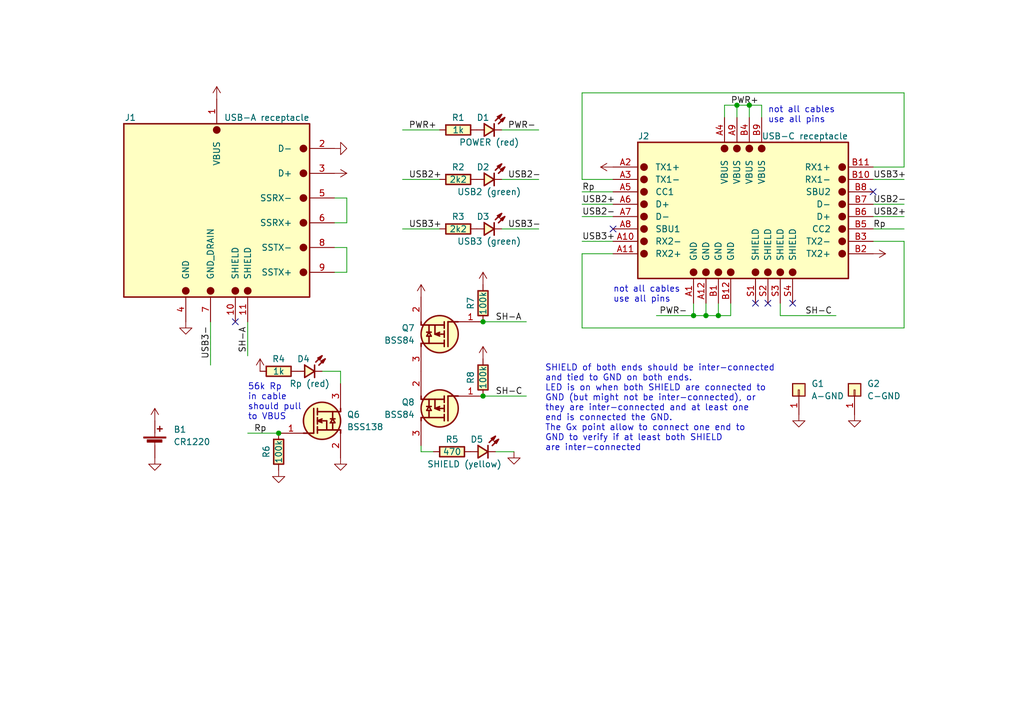
<source format=kicad_sch>
(kicad_sch (version 20211123) (generator eeschema)
  (paper "A5")
  (title_block (title "USB-A to USB-C cable tester") (date "$date$") (rev "$version$.$revision$") (company "CuVoodoo") (comment 1 "King Kévin") (comment 2 "CERN-OHL-S"))
  (lib_symbols
    (symbol "Connector_Generic:Conn_01x01" (pin_names (offset 1.016) hide)
      (property "Reference" "J" (at 0 2.54 0))
      (property "Value" "Conn_01x01" (at 0 -2.54 0))
      (symbol "Conn_01x01_1_1"
        (rectangle (start -1.27 0.127) (end 0 -0.127) (stroke (width 0.1524)))
        (rectangle (start -1.27 1.27) (end 1.27 -1.27) (stroke (width 0.254)) (fill (type background)))
        (pin passive line (at -5.08 0 0) (length 3.81) (name "Pin_1") (number "1"))
      )
    )
    (symbol "Device:Battery_Cell" (pin_numbers hide) (pin_names (offset 0) hide)
      (property "Reference" "BT" (at 2.54 2.54 0))
      (property "Value" "Battery_Cell" (at 2.54 0 0))
      (symbol "Battery_Cell_0_1"
        (rectangle (start -2.286 1.778) (end 2.286 1.524) (fill (type outline)))
        (rectangle (start -1.5748 1.1938) (end 1.4732 0.6858) (fill (type outline)))
        (polyline (pts (xy 0 0.762) (xy 0 0)))
        (polyline (pts (xy 0 1.778) (xy 0 2.54)))
        (polyline (pts (xy 0.508 3.429) (xy 1.524 3.429)) (stroke (width 0.254)))
        (polyline (pts (xy 1.016 3.937) (xy 1.016 2.921)) (stroke (width 0.254)))
      )
      (symbol "Battery_Cell_1_1"
        (pin passive line (at 0 5.08 270) (length 2.54) (name "+") (number "1"))
        (pin passive line (at 0 -2.54 90) (length 2.54) (name "-") (number "2"))
      )
    )
    (symbol "power:GND" (power) (pin_names (offset 0))
      (property "Value" "GND" (at 0 -3.81 0))
      (symbol "GND_0_1"
        (polyline (pts (xy 0 0) (xy 0 -1.27) (xy 1.27 -1.27) (xy 0 -2.54) (xy -1.27 -1.27) (xy 0 -1.27)))
      )
      (symbol "GND_1_1"
        (pin power_in line (at 0 0 270) (length 0) hide (name "GND") (number "1"))
      )
    )
    (symbol "power:VCC" (power) (pin_names (offset 0))
      (property "Value" "VCC" (at 0 3.81 0))
      (symbol "VCC_0_1"
        (polyline (pts (xy -0.762 1.27) (xy 0 2.54)))
        (polyline (pts (xy 0 0) (xy 0 2.54)))
        (polyline (pts (xy 0 2.54) (xy 0.762 1.27)))
      )
      (symbol "VCC_1_1"
        (pin power_in line (at 0 0 90) (length 0) hide (name "VCC") (number "1"))
      )
    )
    (symbol "qeda:BSS138" (pin_names (offset 1.016) hide)
      (property "Reference" "VT" (at 1.778 4.572 0))
      (property "Value" "BSS138" (at 1.778 -4.572 0))
      (symbol "BSS138_1_1"
        (polyline (pts (xy -3.81 -2.54) (xy -1.7018 -2.54)) (stroke (width 0.3048)))
        (polyline (pts (xy -1.7018 2.54) (xy -1.7018 -2.54)) (stroke (width 0.3048)))
        (polyline (pts (xy -0.9398 -1.8796) (xy 3.81 -1.8796)) (stroke (width 0.3048)))
        (polyline (pts (xy -0.9398 -1.2192) (xy -0.9398 -2.54)) (stroke (width 0.3048)))
        (polyline (pts (xy -0.9398 0) (xy 0.9652 0)) (stroke (width 0.3048)))
        (polyline (pts (xy -0.9398 0.6604) (xy -0.9398 -0.6604)) (stroke (width 0.3048)))
        (polyline (pts (xy -0.9398 1.8796) (xy 3.81 1.8796)) (stroke (width 0.3048)))
        (polyline (pts (xy -0.9398 2.54) (xy -0.9398 1.2192)) (stroke (width 0.3048)))
        (polyline (pts (xy 0.9652 0) (xy 0.9652 -1.8796)) (stroke (width 0.3048)))
        (polyline (pts (xy 1.7272 0.4064) (xy 2.667 0.4064)) (stroke (width 0.3048)))
        (polyline (pts (xy 2.1844 -0.4064) (xy 2.1844 -1.8796)) (stroke (width 0.3048)))
        (polyline (pts (xy 2.1844 1.8796) (xy 2.1844 0.4064)) (stroke (width 0.3048)))
        (polyline (pts (xy 3.81 -1.8796) (xy 3.81 -2.54)) (stroke (width 0.3048)))
        (polyline (pts (xy 3.81 1.8796) (xy 3.81 2.54)) (stroke (width 0.3048)))
        (polyline (pts (xy 0 0.381) (xy -0.9398 0) (xy 0 -0.381)) (stroke (width 0.3048)) (fill (type outline)))
        (polyline (pts (xy 1.7272 -0.4064) (xy 2.667 -0.4064) (xy 2.1844 0.4064) (xy 1.7272 -0.4064)) (stroke (width 0.3048)))
        (circle (center 0 0) (radius 3.81) (stroke (width 0.3048)) (fill (type background)))
        (pin input line (at -8.89 -2.54 0) (length 5.08) (name "G") (number "1"))
        (pin unspecified line (at 3.81 -7.62 90) (length 5.08) (name "S") (number "2"))
        (pin unspecified line (at 3.81 7.62 270) (length 5.08) (name "D") (number "3"))
      )
    )
    (symbol "qeda:BSS84" (pin_names (offset 1.016) hide)
      (property "Reference" "VT" (at 1.778 4.572 0))
      (property "Value" "BSS84" (at 1.778 -4.572 0))
      (symbol "BSS84_1_1"
        (polyline (pts (xy -3.81 -2.54) (xy -1.7018 -2.54)) (stroke (width 0.3048)))
        (polyline (pts (xy -1.7018 2.54) (xy -1.7018 -2.54)) (stroke (width 0.3048)))
        (polyline (pts (xy -0.9398 -1.8796) (xy 3.81 -1.8796)) (stroke (width 0.3048)))
        (polyline (pts (xy -0.9398 -1.2192) (xy -0.9398 -2.54)) (stroke (width 0.3048)))
        (polyline (pts (xy -0.9398 0) (xy 0.9652 0)) (stroke (width 0.3048)))
        (polyline (pts (xy -0.9398 0.6604) (xy -0.9398 -0.6604)) (stroke (width 0.3048)))
        (polyline (pts (xy -0.9398 1.8796) (xy 3.81 1.8796)) (stroke (width 0.3048)))
        (polyline (pts (xy -0.9398 2.54) (xy -0.9398 1.2192)) (stroke (width 0.3048)))
        (polyline (pts (xy 0.9652 0) (xy 0.9652 -1.8796)) (stroke (width 0.3048)))
        (polyline (pts (xy 1.7272 -0.4064) (xy 2.667 -0.4064)) (stroke (width 0.3048)))
        (polyline (pts (xy 2.1844 -0.4064) (xy 2.1844 -1.8796)) (stroke (width 0.3048)))
        (polyline (pts (xy 2.1844 1.8796) (xy 2.1844 0.4064)) (stroke (width 0.3048)))
        (polyline (pts (xy 3.81 -1.8796) (xy 3.81 -2.54)) (stroke (width 0.3048)))
        (polyline (pts (xy 3.81 1.8796) (xy 3.81 2.54)) (stroke (width 0.3048)))
        (polyline (pts (xy 0 0.381) (xy 0.9652 0) (xy 0 -0.381)) (stroke (width 0.3048)) (fill (type outline)))
        (polyline (pts (xy 1.7272 0.4064) (xy 2.667 0.4064) (xy 2.1844 -0.4064) (xy 1.7272 0.4064)) (stroke (width 0.3048)))
        (circle (center 0 0) (radius 3.81) (stroke (width 0.3048)) (fill (type background)))
        (pin input line (at -8.89 -2.54 0) (length 5.08) (name "G") (number "1"))
        (pin unspecified line (at 3.81 -7.62 90) (length 5.08) (name "S") (number "2"))
        (pin unspecified line (at 3.81 7.62 270) (length 5.08) (name "D") (number "3"))
      )
    )
    (symbol "qeda:LED0805" (pin_numbers hide) (pin_names (offset 1.016) hide)
      (property "Reference" "D" (at 0 2.032 0))
      (property "Value" "LED0805" (at 0 -2.032 0))
      (symbol "LED0805_1_1"
        (polyline (pts (xy 1.016 1.27) (xy 1.016 -1.27)) (stroke (width 0.3048)))
        (polyline (pts (xy 1.27 1.905) (xy 2.54 3.175)) (stroke (width 0.3048)))
        (polyline (pts (xy 1.905 1.27) (xy 3.175 2.54)) (stroke (width 0.3048)))
        (polyline (pts (xy -1.016 1.27) (xy 1.016 0) (xy -1.016 -1.27) (xy -1.016 1.27)) (stroke (width 0.3048)) (fill (type background)))
        (polyline (pts (xy 1.7272 2.7178) (xy 2.54 3.175) (xy 2.0828 2.3622) (xy 1.7272 2.7178)) (stroke (width 0.3048)) (fill (type outline)))
        (polyline (pts (xy 2.3622 2.0828) (xy 3.175 2.54) (xy 2.7178 1.7272) (xy 2.3622 2.0828)) (stroke (width 0.3048)) (fill (type outline)))
        (pin passive line (at 2.54 0 180) (length 1.524) (name "C") (number "1"))
        (pin passive line (at -2.54 0 0) (length 1.524) (name "A") (number "2"))
      )
    )
    (symbol "qeda:R0603" (pin_numbers hide) (pin_names (offset 1.016) hide)
      (property "Reference" "R" (at 0 1.778 0))
      (property "Value" "R0603" (at 0 -1.778 0))
      (symbol "R0603_1_1"
        (rectangle (start -2.54 1.016) (end 2.54 -1.016) (stroke (width 0.3048)) (fill (type background)))
        (pin passive line (at -3.81 0 0) (length 1.27) (name "L") (number "1"))
        (pin passive line (at 3.81 0 180) (length 1.27) (name "R") (number "2"))
      )
    )
    (symbol "qeda:U231-09XN-4BLRA00" (pin_names (offset 3.556))
      (property "Reference" "J" (at 0 0.762 0))
      (property "Value" "U231-09XN-4BLRA00" (at 26.162 -36.322 0))
      (symbol "U231-09XN-4BLRA00_1_1"
        (rectangle (start 0 0) (end 38.1 -35.56) (stroke (width 0.3048)) (fill (type background)))
        (circle (center 12.7 -34.29) (radius 0.635) (stroke (width 0.3048)) (fill (type outline)))
        (circle (center 17.78 -34.29) (radius 0.635) (stroke (width 0.3048)) (fill (type outline)))
        (circle (center 19.05 -1.27) (radius 0.635) (stroke (width 0.3048)) (fill (type outline)))
        (circle (center 22.86 -34.29) (radius 0.635) (stroke (width 0.3048)) (fill (type outline)))
        (circle (center 25.4 -34.29) (radius 0.635) (stroke (width 0.3048)) (fill (type outline)))
        (circle (center 36.83 -30.48) (radius 0.635) (stroke (width 0.3048)) (fill (type outline)))
        (circle (center 36.83 -25.4) (radius 0.635) (stroke (width 0.3048)) (fill (type outline)))
        (circle (center 36.83 -20.32) (radius 0.635) (stroke (width 0.3048)) (fill (type outline)))
        (circle (center 36.83 -15.24) (radius 0.635) (stroke (width 0.3048)) (fill (type outline)))
        (circle (center 36.83 -10.16) (radius 0.635) (stroke (width 0.3048)) (fill (type outline)))
        (circle (center 36.83 -5.08) (radius 0.635) (stroke (width 0.3048)) (fill (type outline)))
        (pin power_in line (at 19.05 5.08 270) (length 5.08) (name "VBUS") (number "1"))
        (pin passive line (at 22.86 -40.64 90) (length 5.08) (name "SHIELD") (number "10"))
        (pin passive line (at 25.4 -40.64 90) (length 5.08) (name "SHIELD") (number "11"))
        (pin bidirectional line (at 43.18 -5.08 180) (length 5.08) (name "D-") (number "2"))
        (pin bidirectional line (at 43.18 -10.16 180) (length 5.08) (name "D+") (number "3"))
        (pin power_in line (at 12.7 -40.64 90) (length 5.08) (name "GND") (number "4"))
        (pin input line (at 43.18 -15.24 180) (length 5.08) (name "SSRX-") (number "5"))
        (pin input line (at 43.18 -20.32 180) (length 5.08) (name "SSRX+") (number "6"))
        (pin power_in line (at 17.78 -40.64 90) (length 5.08) (name "GND_DRAIN") (number "7"))
        (pin output line (at 43.18 -25.4 180) (length 5.08) (name "SSTX-") (number "8"))
        (pin output line (at 43.18 -30.48 180) (length 5.08) (name "SSTX+") (number "9"))
      )
    )
    (symbol "qeda:XKB_U262-24XN-4BV64" (pin_names (offset 3.556))
      (property "Reference" "J" (at 0 0.762 0))
      (property "Value" "XKB_U262-24XN-4BV64" (at 32.512 -28.702 0))
      (symbol "XKB_U262-24XN-4BV64_1_1"
        (rectangle (start 0 0) (end 43.18 -27.94) (stroke (width 0.3048)) (fill (type background)))
        (circle (center 1.27 -22.86) (radius 0.635) (stroke (width 0.3048)) (fill (type outline)))
        (circle (center 1.27 -20.32) (radius 0.635) (stroke (width 0.3048)) (fill (type outline)))
        (circle (center 1.27 -17.78) (radius 0.635) (stroke (width 0.3048)) (fill (type outline)))
        (circle (center 1.27 -15.24) (radius 0.635) (stroke (width 0.3048)) (fill (type outline)))
        (circle (center 1.27 -12.7) (radius 0.635) (stroke (width 0.3048)) (fill (type outline)))
        (circle (center 1.27 -10.16) (radius 0.635) (stroke (width 0.3048)) (fill (type outline)))
        (circle (center 1.27 -7.62) (radius 0.635) (stroke (width 0.3048)) (fill (type outline)))
        (circle (center 1.27 -5.08) (radius 0.635) (stroke (width 0.3048)) (fill (type outline)))
        (circle (center 11.43 -26.67) (radius 0.635) (stroke (width 0.3048)) (fill (type outline)))
        (circle (center 13.97 -26.67) (radius 0.635) (stroke (width 0.3048)) (fill (type outline)))
        (circle (center 16.51 -26.67) (radius 0.635) (stroke (width 0.3048)) (fill (type outline)))
        (circle (center 17.78 -1.27) (radius 0.635) (stroke (width 0.3048)) (fill (type outline)))
        (circle (center 19.05 -26.67) (radius 0.635) (stroke (width 0.3048)) (fill (type outline)))
        (circle (center 20.32 -1.27) (radius 0.635) (stroke (width 0.3048)) (fill (type outline)))
        (circle (center 22.86 -1.27) (radius 0.635) (stroke (width 0.3048)) (fill (type outline)))
        (circle (center 24.13 -26.67) (radius 0.635) (stroke (width 0.3048)) (fill (type outline)))
        (circle (center 25.4 -1.27) (radius 0.635) (stroke (width 0.3048)) (fill (type outline)))
        (circle (center 26.67 -26.67) (radius 0.635) (stroke (width 0.3048)) (fill (type outline)))
        (circle (center 29.21 -26.67) (radius 0.635) (stroke (width 0.3048)) (fill (type outline)))
        (circle (center 31.75 -26.67) (radius 0.635) (stroke (width 0.3048)) (fill (type outline)))
        (circle (center 41.91 -22.86) (radius 0.635) (stroke (width 0.3048)) (fill (type outline)))
        (circle (center 41.91 -20.32) (radius 0.635) (stroke (width 0.3048)) (fill (type outline)))
        (circle (center 41.91 -17.78) (radius 0.635) (stroke (width 0.3048)) (fill (type outline)))
        (circle (center 41.91 -15.24) (radius 0.635) (stroke (width 0.3048)) (fill (type outline)))
        (circle (center 41.91 -12.7) (radius 0.635) (stroke (width 0.3048)) (fill (type outline)))
        (circle (center 41.91 -10.16) (radius 0.635) (stroke (width 0.3048)) (fill (type outline)))
        (circle (center 41.91 -7.62) (radius 0.635) (stroke (width 0.3048)) (fill (type outline)))
        (circle (center 41.91 -5.08) (radius 0.635) (stroke (width 0.3048)) (fill (type outline)))
        (pin power_in line (at 11.43 -33.02 90) (length 5.08) (name "GND") (number "A1"))
        (pin input line (at -5.08 -20.32 0) (length 5.08) (name "RX2-") (number "A10"))
        (pin input line (at -5.08 -22.86 0) (length 5.08) (name "RX2+") (number "A11"))
        (pin power_in line (at 13.97 -33.02 90) (length 5.08) (name "GND") (number "A12"))
        (pin output line (at -5.08 -5.08 0) (length 5.08) (name "TX1+") (number "A2"))
        (pin output line (at -5.08 -7.62 0) (length 5.08) (name "TX1-") (number "A3"))
        (pin power_in line (at 17.78 5.08 270) (length 5.08) (name "VBUS") (number "A4"))
        (pin bidirectional line (at -5.08 -10.16 0) (length 5.08) (name "CC1") (number "A5"))
        (pin bidirectional line (at -5.08 -12.7 0) (length 5.08) (name "D+") (number "A6"))
        (pin bidirectional line (at -5.08 -15.24 0) (length 5.08) (name "D-") (number "A7"))
        (pin bidirectional line (at -5.08 -17.78 0) (length 5.08) (name "SBU1") (number "A8"))
        (pin power_in line (at 20.32 5.08 270) (length 5.08) (name "VBUS") (number "A9"))
        (pin power_in line (at 16.51 -33.02 90) (length 5.08) (name "GND") (number "B1"))
        (pin input line (at 48.26 -7.62 180) (length 5.08) (name "RX1-") (number "B10"))
        (pin input line (at 48.26 -5.08 180) (length 5.08) (name "RX1+") (number "B11"))
        (pin power_in line (at 19.05 -33.02 90) (length 5.08) (name "GND") (number "B12"))
        (pin output line (at 48.26 -22.86 180) (length 5.08) (name "TX2+") (number "B2"))
        (pin output line (at 48.26 -20.32 180) (length 5.08) (name "TX2-") (number "B3"))
        (pin power_in line (at 22.86 5.08 270) (length 5.08) (name "VBUS") (number "B4"))
        (pin bidirectional line (at 48.26 -17.78 180) (length 5.08) (name "CC2") (number "B5"))
        (pin bidirectional line (at 48.26 -15.24 180) (length 5.08) (name "D+") (number "B6"))
        (pin bidirectional line (at 48.26 -12.7 180) (length 5.08) (name "D-") (number "B7"))
        (pin bidirectional line (at 48.26 -10.16 180) (length 5.08) (name "SBU2") (number "B8"))
        (pin power_in line (at 25.4 5.08 270) (length 5.08) (name "VBUS") (number "B9"))
        (pin passive line (at 24.13 -33.02 90) (length 5.08) (name "SHIELD") (number "S1"))
        (pin passive line (at 26.67 -33.02 90) (length 5.08) (name "SHIELD") (number "S2"))
        (pin passive line (at 29.21 -33.02 90) (length 5.08) (name "SHIELD") (number "S3"))
        (pin passive line (at 31.75 -33.02 90) (length 5.08) (name "SHIELD") (number "S4"))
      )
    )
  )
  (junction (at 57.15 88.9))
  (junction (at 144.78 64.77))
  (junction (at 142.24 64.77))
  (junction (at 99.06 66.04))
  (junction (at 147.32 64.77))
  (junction (at 99.06 81.28))
  (junction (at 153.67 21.59))
  (junction (at 151.13 21.59))
  (no_connect (at 48.26 66.04))
  (no_connect (at 154.94 62.23))
  (no_connect (at 162.56 62.23))
  (no_connect (at 157.48 62.23))
  (no_connect (at 125.73 46.99))
  (no_connect (at 179.07 39.37))
  (wire (pts (xy 82.55 36.83) (xy 90.17 36.83)))
  (wire (pts (xy 119.38 39.37) (xy 125.73 39.37)))
  (wire (pts (xy 86.36 92.71) (xy 88.9 92.71)))
  (wire (pts (xy 119.38 44.45) (xy 125.73 44.45)))
  (wire (pts (xy 185.42 49.53) (xy 179.07 49.53)))
  (wire (pts (xy 119.38 67.31) (xy 185.42 67.31)))
  (wire (pts (xy 50.8 88.9) (xy 57.15 88.9)))
  (wire (pts (xy 125.73 36.83) (xy 119.38 36.83)))
  (wire (pts (xy 147.32 62.23) (xy 147.32 64.77)))
  (wire (pts (xy 119.38 49.53) (xy 125.73 49.53)))
  (wire (pts (xy 102.87 46.99) (xy 110.49 46.99)))
  (wire (pts (xy 101.6 92.71) (xy 105.41 92.71)))
  (wire (pts (xy 144.78 64.77) (xy 147.32 64.77)))
  (wire (pts (xy 149.86 64.77) (xy 149.86 62.23)))
  (wire (pts (xy 185.42 34.29) (xy 179.07 34.29)))
  (wire (pts (xy 179.07 36.83) (xy 185.42 36.83)))
  (wire (pts (xy 147.32 64.77) (xy 149.86 64.77)))
  (wire (pts (xy 71.12 45.72) (xy 68.58 45.72)))
  (wire (pts (xy 71.12 40.64) (xy 71.12 45.72)))
  (wire (pts (xy 151.13 21.59) (xy 153.67 21.59)))
  (wire (pts (xy 68.58 40.64) (xy 71.12 40.64)))
  (wire (pts (xy 43.18 66.04) (xy 43.18 74.93)))
  (wire (pts (xy 185.42 67.31) (xy 185.42 49.53)))
  (wire (pts (xy 119.38 41.91) (xy 125.73 41.91)))
  (wire (pts (xy 125.73 52.07) (xy 119.38 52.07)))
  (wire (pts (xy 185.42 19.05) (xy 185.42 34.29)))
  (wire (pts (xy 68.58 50.8) (xy 71.12 50.8)))
  (wire (pts (xy 153.67 21.59) (xy 156.21 21.59)))
  (wire (pts (xy 153.67 21.59) (xy 153.67 24.13)))
  (wire (pts (xy 71.12 55.88) (xy 68.58 55.88)))
  (wire (pts (xy 69.85 76.2) (xy 69.85 78.74)))
  (wire (pts (xy 144.78 62.23) (xy 144.78 64.77)))
  (wire (pts (xy 82.55 46.99) (xy 90.17 46.99)))
  (wire (pts (xy 148.59 21.59) (xy 151.13 21.59)))
  (wire (pts (xy 99.06 66.04) (xy 107.95 66.04)))
  (wire (pts (xy 156.21 21.59) (xy 156.21 24.13)))
  (wire (pts (xy 179.07 44.45) (xy 185.42 44.45)))
  (wire (pts (xy 142.24 64.77) (xy 144.78 64.77)))
  (wire (pts (xy 134.62 64.77) (xy 142.24 64.77)))
  (wire (pts (xy 148.59 24.13) (xy 148.59 21.59)))
  (wire (pts (xy 99.06 81.28) (xy 107.95 81.28)))
  (wire (pts (xy 151.13 21.59) (xy 151.13 24.13)))
  (wire (pts (xy 50.8 66.04) (xy 50.8 73.025)))
  (wire (pts (xy 179.07 41.91) (xy 185.42 41.91)))
  (wire (pts (xy 142.24 62.23) (xy 142.24 64.77)))
  (wire (pts (xy 82.55 26.67) (xy 90.17 26.67)))
  (wire (pts (xy 119.38 36.83) (xy 119.38 19.05)))
  (wire (pts (xy 102.87 36.83) (xy 110.49 36.83)))
  (wire (pts (xy 66.04 76.2) (xy 69.85 76.2)))
  (wire (pts (xy 160.02 64.77) (xy 171.45 64.77)))
  (wire (pts (xy 86.36 91.44) (xy 86.36 92.71)))
  (wire (pts (xy 119.38 19.05) (xy 185.42 19.05)))
  (wire (pts (xy 119.38 52.07) (xy 119.38 67.31)))
  (wire (pts (xy 71.12 50.8) (xy 71.12 55.88)))
  (wire (pts (xy 160.02 62.23) (xy 160.02 64.77)))
  (wire (pts (xy 102.87 26.67) (xy 110.49 26.67)))
  (wire (pts (xy 179.07 46.99) (xy 185.42 46.99)))
  (text "56k Rp\nin cable\nshould pull\nto VBUS" (at 50.8 86.36 0) (effects (font (size 1.27 1.27)) (justify left bottom)))
  (text "SHIELD of both ends should be inter-connected\nand tied to GND on both ends.\nLED is on when both SHIELD are connected to\nGND (but might not be inter-connected), or\nthey are inter-connected and at least one\nend is connected the GND.\nThe Gx point allow to connect one end to\nGND to verify if at least both SHIELD\nare inter-connected" (at 111.76 92.71 0) (effects (font (size 1.27 1.27)) (justify left bottom)))
  (text "not all cables\nuse all pins" (at 125.73 62.23 0) (effects (font (size 1.27 1.27)) (justify left bottom)))
  (text "not all cables\nuse all pins" (at 157.48 25.4 0) (effects (font (size 1.27 1.27)) (justify left bottom)))
  (label "USB2+" (at 119.38 41.91 0))
  (label "USB3+" (at 179.07 36.83 0))
  (label "PWR+" (at 149.86 21.59 0))
  (label "USB3-" (at 43.18 73.66 90))
  (label "USB2-" (at 179.07 41.91 0))
  (label "Rp" (at 52.07 88.9 0))
  (label "USB2-" (at 104.14 36.83 0))
  (label "PWR+" (at 83.82 26.67 0))
  (label "USB3+" (at 119.38 49.53 0))
  (label "USB2-" (at 119.38 44.45 0))
  (label "SH-C" (at 101.6 81.28 0))
  (label "Rp" (at 179.07 46.99 0))
  (label "SH-C" (at 165.1 64.77 0))
  (label "Rp" (at 119.38 39.37 0))
  (label "USB3+" (at 83.82 46.99 0))
  (label "USB3-" (at 104.14 46.99 0))
  (label "USB2+" (at 83.82 36.83 0))
  (label "SH-A" (at 50.8 72.39 90))
  (label "PWR-" (at 140.97 64.77 180))
  (label "USB2+" (at 179.07 44.45 0))
  (label "SH-A" (at 101.6 66.04 0))
  (label "PWR-" (at 104.14 26.67 0))
  (symbol (lib_id "power:GND") (at 69.85 93.98 0) (unit 1)
    (property "Reference" "#PWR0110" (effects hide))
    (property "Value" "GND" (effects hide))
  )
  (symbol (lib_id "qeda:XKB_U262-24XN-4BV64") (at 130.81 29.21 0) (unit 1)
    (property "Reference" "J2" (at 130.81 27.94 0) (effects (justify left)))
    (property "Value" "USB-C receptacle" (at 156.21 27.94 0) (effects (justify left)))
    (property "Footprint" "qeda:CONNECTOR_XKB_U262-24XN-4BV64" (effects hide))
    (property "Datasheet" "http://www.helloxkb.com/public/images/pdf/U262-24XN-4BV64.pdf" (effects hide))
  )
  (symbol (lib_id "qeda:BSS138") (at 66.04 86.36 0) (unit 1)
    (property "Reference" "Q6" (at 71.12 85.0899 0) (effects (justify left)))
    (property "Value" "BSS138" (at 71.12 87.6299 0) (effects (justify left)))
    (property "Footprint" "qeda:SOT95P237X112-3N" (effects hide))
    (property "Datasheet" "https://www.onsemi.com/pdf/datasheet/bss138-d.pdf" (effects hide))
  )
  (symbol (lib_id "qeda:R0603") (at 93.98 36.83 0) (unit 1)
    (property "Reference" "R2" (at 93.98 34.29 0))
    (property "Value" "2k2" (at 93.98 36.83 0))
    (property "Footprint" "qeda:UC1608X55N" (effects hide))
  )
  (symbol (lib_id "Device:Battery_Cell") (at 31.75 91.44 0) (unit 1)
    (property "Reference" "B1" (at 35.56 88.1379 0) (effects (justify left)))
    (property "Value" "CR1220" (at 35.56 90.6779 0) (effects (justify left)))
    (property "Footprint" "qeda:CONNECTOR_MY-1220-03" (effects hide))
  )
  (symbol (lib_id "qeda:R0603") (at 57.15 92.71 90) (unit 1)
    (property "Reference" "R6" (at 54.61 92.71 0))
    (property "Value" "100k" (at 57.15 92.71 0))
    (property "Footprint" "qeda:UC1608X55N" (effects hide))
  )
  (symbol (lib_id "power:GND") (at 57.15 96.52 0) (unit 1)
    (property "Reference" "#PWR0111" (effects hide))
    (property "Value" "GND" (effects hide))
  )
  (symbol (lib_id "Connector_Generic:Conn_01x01") (at 175.26 80.01 90) (unit 1)
    (property "Reference" "G2" (at 177.8 78.7399 90) (effects (justify right)))
    (property "Value" "C-GND" (at 177.8 81.2799 90) (effects (justify right)))
    (property "Footprint" "custom:pad_C" (effects hide))
  )
  (symbol (lib_id "qeda:LED0805") (at 99.06 92.71 0) (unit 1)
    (property "Reference" "D5" (at 97.79 90.17 0))
    (property "Value" "SHIELD (yellow)" (at 95.25 95.25 0))
    (property "Footprint" "qeda:LEDC2012X80N" (effects hide))
  )
  (symbol (lib_id "qeda:LED0805") (at 100.33 26.67 0) (unit 1)
    (property "Reference" "D1" (at 99.06 24.13 0))
    (property "Value" "POWER (red)" (at 100.33 29.21 0))
    (property "Footprint" "qeda:LEDC2012X80N" (effects hide))
  )
  (symbol (lib_id "power:VCC") (at 44.45 20.32 0) (unit 1)
    (property "Reference" "#PWR0102" (effects hide))
    (property "Value" "VCC" (effects hide))
  )
  (symbol (lib_id "power:VCC") (at 86.36 60.96 0) (unit 1)
    (property "Reference" "#PWR0112" (effects hide))
    (property "Value" "VCC" (effects hide))
  )
  (symbol (lib_id "qeda:R0603") (at 93.98 46.99 0) (unit 1)
    (property "Reference" "R3" (at 93.98 44.45 0))
    (property "Value" "2k2" (at 93.98 46.99 0))
    (property "Footprint" "qeda:UC1608X55N" (effects hide))
  )
  (symbol (lib_id "power:VCC") (at 99.06 58.42 0) (unit 1)
    (property "Reference" "#PWR0113" (effects hide))
    (property "Value" "VCC" (effects hide))
  )
  (symbol (lib_id "qeda:LED0805") (at 63.5 76.2 0) (unit 1)
    (property "Reference" "D4" (at 62.23 73.66 0))
    (property "Value" "Rp (red)" (at 63.5 78.74 0))
    (property "Footprint" "qeda:LEDC2012X80N" (effects hide))
  )
  (symbol (lib_id "qeda:U231-09XN-4BLRA00") (at 25.4 25.4 0) (unit 1)
    (property "Reference" "J1" (at 27.94 24.13 0) (effects (justify right)))
    (property "Value" "USB-A receptacle" (at 63.5 24.13 0) (effects (justify right)))
    (property "Footprint" "qeda:CONNECTOR_U231-09XN-4BLRA00" (effects hide))
    (property "Datasheet" "http://www.helloxkb.com/public/images/pdf/U231-091N-4BLRA00-S.pdf" (effects hide))
  )
  (symbol (lib_id "power:VCC") (at 179.07 52.07 270) (unit 1)
    (property "Reference" "#PWR0108" (effects hide))
    (property "Value" "VCC" (effects hide))
  )
  (symbol (lib_id "power:GND") (at 38.1 66.04 0) (unit 1)
    (property "Reference" "#PWR0106" (effects hide))
    (property "Value" "GND" (effects hide))
  )
  (symbol (lib_id "qeda:R0603") (at 93.98 26.67 0) (unit 1)
    (property "Reference" "R1" (at 93.98 24.13 0))
    (property "Value" "1k" (at 93.98 26.67 0))
    (property "Footprint" "qeda:UC1608X55N" (effects hide))
  )
  (symbol (lib_id "qeda:BSS84") (at 90.17 83.82 180) (unit 1)
    (property "Reference" "Q8" (at 85.09 82.5499 0) (effects (justify left)))
    (property "Value" "BSS84" (at 85.09 85.0899 0) (effects (justify left)))
    (property "Footprint" "qeda:SOT95P237X112-3N" (effects hide))
    (property "Datasheet" "https://assets.nexperia.com/documents/data-sheet/BSS84.pdf" (effects hide))
  )
  (symbol (lib_id "power:GND") (at 105.41 92.71 0) (unit 1)
    (property "Reference" "#PWR0115" (effects hide))
    (property "Value" "GND" (effects hide))
  )
  (symbol (lib_id "qeda:BSS84") (at 90.17 68.58 180) (unit 1)
    (property "Reference" "Q7" (at 85.09 67.3099 0) (effects (justify left)))
    (property "Value" "BSS84" (at 85.09 69.8499 0) (effects (justify left)))
    (property "Footprint" "qeda:SOT95P237X112-3N" (effects hide))
    (property "Datasheet" "https://assets.nexperia.com/documents/data-sheet/BSS84.pdf" (effects hide))
  )
  (symbol (lib_id "qeda:R0603") (at 99.06 62.23 90) (unit 1)
    (property "Reference" "R7" (at 96.52 62.23 0))
    (property "Value" "100k" (at 99.06 62.23 0))
    (property "Footprint" "qeda:UC1608X55N" (effects hide))
  )
  (symbol (lib_id "qeda:LED0805") (at 100.33 36.83 0) (unit 1)
    (property "Reference" "D2" (at 99.06 34.29 0))
    (property "Value" "USB2 (green)" (at 100.33 39.37 0))
    (property "Footprint" "qeda:LEDC2012X80N" (effects hide))
  )
  (symbol (lib_id "power:GND") (at 68.58 30.48 90) (unit 1)
    (property "Reference" "#PWR0103" (effects hide))
    (property "Value" "GND" (effects hide))
  )
  (symbol (lib_id "Connector_Generic:Conn_01x01") (at 163.83 80.01 90) (unit 1)
    (property "Reference" "G1" (at 166.37 78.7399 90) (effects (justify right)))
    (property "Value" "A-GND" (at 166.37 81.2799 90) (effects (justify right)))
    (property "Footprint" "custom:pad_A" (effects hide))
  )
  (symbol (lib_id "power:GND") (at 163.83 85.09 0) (unit 1)
    (property "Reference" "#PWR0116" (effects hide))
    (property "Value" "GND" (effects hide))
  )
  (symbol (lib_id "qeda:LED0805") (at 100.33 46.99 0) (unit 1)
    (property "Reference" "D3" (at 99.06 44.45 0))
    (property "Value" "USB3 (green)" (at 100.33 49.53 0))
    (property "Footprint" "qeda:LEDC2012X80N" (effects hide))
  )
  (symbol (lib_id "power:GND") (at 31.75 93.98 0) (unit 1)
    (property "Reference" "#PWR0105" (effects hide))
    (property "Value" "GND" (effects hide))
  )
  (symbol (lib_id "power:VCC") (at 31.75 86.36 0) (unit 1)
    (property "Reference" "#PWR0104" (effects hide))
    (property "Value" "VCC" (effects hide))
  )
  (symbol (lib_id "qeda:R0603") (at 99.06 77.47 90) (unit 1)
    (property "Reference" "R8" (at 96.52 77.47 0))
    (property "Value" "100k" (at 99.06 77.47 0))
    (property "Footprint" "qeda:UC1608X55N" (effects hide))
  )
  (symbol (lib_id "qeda:R0603") (at 92.71 92.71 0) (unit 1)
    (property "Reference" "R5" (at 92.71 90.17 0))
    (property "Value" "470" (at 92.71 92.71 0))
    (property "Footprint" "qeda:UC1608X55N" (effects hide))
  )
  (symbol (lib_id "power:VCC") (at 68.58 35.56 270) (unit 1)
    (property "Reference" "#PWR0101" (effects hide))
    (property "Value" "VCC" (effects hide))
  )
  (symbol (lib_id "power:VCC") (at 53.34 76.2 0) (unit 1)
    (property "Reference" "#PWR0109" (effects hide))
    (property "Value" "VCC" (effects hide))
  )
  (symbol (lib_id "qeda:R0603") (at 57.15 76.2 0) (unit 1)
    (property "Reference" "R4" (at 57.15 73.66 0))
    (property "Value" "1k" (at 57.15 76.2 0))
    (property "Footprint" "qeda:UC1608X55N" (effects hide))
  )
  (symbol (lib_id "power:GND") (at 175.26 85.09 0) (unit 1)
    (property "Reference" "#PWR0117" (effects hide))
    (property "Value" "GND" (effects hide))
  )
  (symbol (lib_id "power:VCC") (at 125.73 34.29 90) (unit 1)
    (property "Reference" "#PWR0107" (effects hide))
    (property "Value" "VCC" (effects hide))
  )
  (symbol (lib_id "power:VCC") (at 99.06 73.66 0) (unit 1)
    (property "Reference" "#PWR0114" (effects hide))
    (property "Value" "VCC" (effects hide))
  )
)
</source>
